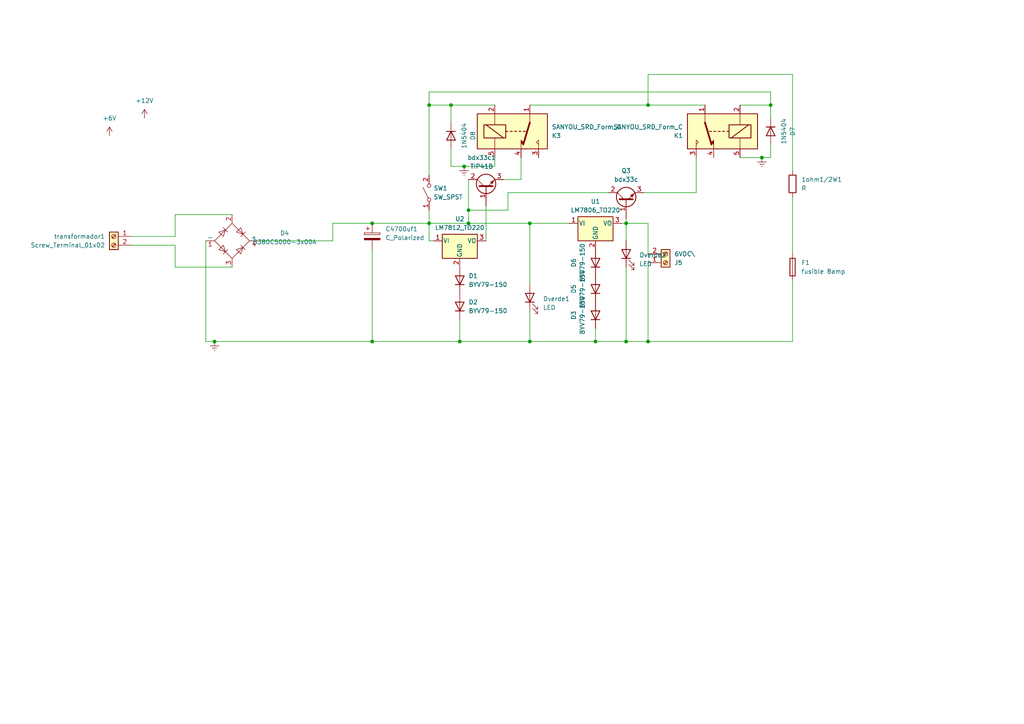
<source format=kicad_sch>
(kicad_sch (version 20230121) (generator eeschema)

  (uuid 022fb232-29c9-46c9-8c9a-82868539e676)

  (paper "A4")

  (lib_symbols
    (symbol "Connector:Screw_Terminal_01x02" (pin_names (offset 1.016) hide) (in_bom yes) (on_board yes)
      (property "Reference" "J" (at 0 2.54 0)
        (effects (font (size 1.27 1.27)))
      )
      (property "Value" "Screw_Terminal_01x02" (at 0 -5.08 0)
        (effects (font (size 1.27 1.27)))
      )
      (property "Footprint" "" (at 0 0 0)
        (effects (font (size 1.27 1.27)) hide)
      )
      (property "Datasheet" "~" (at 0 0 0)
        (effects (font (size 1.27 1.27)) hide)
      )
      (property "ki_keywords" "screw terminal" (at 0 0 0)
        (effects (font (size 1.27 1.27)) hide)
      )
      (property "ki_description" "Generic screw terminal, single row, 01x02, script generated (kicad-library-utils/schlib/autogen/connector/)" (at 0 0 0)
        (effects (font (size 1.27 1.27)) hide)
      )
      (property "ki_fp_filters" "TerminalBlock*:*" (at 0 0 0)
        (effects (font (size 1.27 1.27)) hide)
      )
      (symbol "Screw_Terminal_01x02_1_1"
        (rectangle (start -1.27 1.27) (end 1.27 -3.81)
          (stroke (width 0.254) (type default))
          (fill (type background))
        )
        (circle (center 0 -2.54) (radius 0.635)
          (stroke (width 0.1524) (type default))
          (fill (type none))
        )
        (polyline
          (pts
            (xy -0.5334 -2.2098)
            (xy 0.3302 -3.048)
          )
          (stroke (width 0.1524) (type default))
          (fill (type none))
        )
        (polyline
          (pts
            (xy -0.5334 0.3302)
            (xy 0.3302 -0.508)
          )
          (stroke (width 0.1524) (type default))
          (fill (type none))
        )
        (polyline
          (pts
            (xy -0.3556 -2.032)
            (xy 0.508 -2.8702)
          )
          (stroke (width 0.1524) (type default))
          (fill (type none))
        )
        (polyline
          (pts
            (xy -0.3556 0.508)
            (xy 0.508 -0.3302)
          )
          (stroke (width 0.1524) (type default))
          (fill (type none))
        )
        (circle (center 0 0) (radius 0.635)
          (stroke (width 0.1524) (type default))
          (fill (type none))
        )
        (pin passive line (at -5.08 0 0) (length 3.81)
          (name "Pin_1" (effects (font (size 1.27 1.27))))
          (number "1" (effects (font (size 1.27 1.27))))
        )
        (pin passive line (at -5.08 -2.54 0) (length 3.81)
          (name "Pin_2" (effects (font (size 1.27 1.27))))
          (number "2" (effects (font (size 1.27 1.27))))
        )
      )
    )
    (symbol "Device:C_Polarized" (pin_numbers hide) (pin_names (offset 0.254)) (in_bom yes) (on_board yes)
      (property "Reference" "C" (at 0.635 2.54 0)
        (effects (font (size 1.27 1.27)) (justify left))
      )
      (property "Value" "C_Polarized" (at 0.635 -2.54 0)
        (effects (font (size 1.27 1.27)) (justify left))
      )
      (property "Footprint" "" (at 0.9652 -3.81 0)
        (effects (font (size 1.27 1.27)) hide)
      )
      (property "Datasheet" "~" (at 0 0 0)
        (effects (font (size 1.27 1.27)) hide)
      )
      (property "ki_keywords" "cap capacitor" (at 0 0 0)
        (effects (font (size 1.27 1.27)) hide)
      )
      (property "ki_description" "Polarized capacitor" (at 0 0 0)
        (effects (font (size 1.27 1.27)) hide)
      )
      (property "ki_fp_filters" "CP_*" (at 0 0 0)
        (effects (font (size 1.27 1.27)) hide)
      )
      (symbol "C_Polarized_0_1"
        (rectangle (start -2.286 0.508) (end 2.286 1.016)
          (stroke (width 0) (type default))
          (fill (type none))
        )
        (polyline
          (pts
            (xy -1.778 2.286)
            (xy -0.762 2.286)
          )
          (stroke (width 0) (type default))
          (fill (type none))
        )
        (polyline
          (pts
            (xy -1.27 2.794)
            (xy -1.27 1.778)
          )
          (stroke (width 0) (type default))
          (fill (type none))
        )
        (rectangle (start 2.286 -0.508) (end -2.286 -1.016)
          (stroke (width 0) (type default))
          (fill (type outline))
        )
      )
      (symbol "C_Polarized_1_1"
        (pin passive line (at 0 3.81 270) (length 2.794)
          (name "~" (effects (font (size 1.27 1.27))))
          (number "1" (effects (font (size 1.27 1.27))))
        )
        (pin passive line (at 0 -3.81 90) (length 2.794)
          (name "~" (effects (font (size 1.27 1.27))))
          (number "2" (effects (font (size 1.27 1.27))))
        )
      )
    )
    (symbol "Device:Fuse" (pin_numbers hide) (pin_names (offset 0)) (in_bom yes) (on_board yes)
      (property "Reference" "F" (at 2.032 0 90)
        (effects (font (size 1.27 1.27)))
      )
      (property "Value" "Fuse" (at -1.905 0 90)
        (effects (font (size 1.27 1.27)))
      )
      (property "Footprint" "" (at -1.778 0 90)
        (effects (font (size 1.27 1.27)) hide)
      )
      (property "Datasheet" "~" (at 0 0 0)
        (effects (font (size 1.27 1.27)) hide)
      )
      (property "ki_keywords" "fuse" (at 0 0 0)
        (effects (font (size 1.27 1.27)) hide)
      )
      (property "ki_description" "Fuse" (at 0 0 0)
        (effects (font (size 1.27 1.27)) hide)
      )
      (property "ki_fp_filters" "*Fuse*" (at 0 0 0)
        (effects (font (size 1.27 1.27)) hide)
      )
      (symbol "Fuse_0_1"
        (rectangle (start -0.762 -2.54) (end 0.762 2.54)
          (stroke (width 0.254) (type default))
          (fill (type none))
        )
        (polyline
          (pts
            (xy 0 2.54)
            (xy 0 -2.54)
          )
          (stroke (width 0) (type default))
          (fill (type none))
        )
      )
      (symbol "Fuse_1_1"
        (pin passive line (at 0 3.81 270) (length 1.27)
          (name "~" (effects (font (size 1.27 1.27))))
          (number "1" (effects (font (size 1.27 1.27))))
        )
        (pin passive line (at 0 -3.81 90) (length 1.27)
          (name "~" (effects (font (size 1.27 1.27))))
          (number "2" (effects (font (size 1.27 1.27))))
        )
      )
    )
    (symbol "Device:LED" (pin_numbers hide) (pin_names (offset 1.016) hide) (in_bom yes) (on_board yes)
      (property "Reference" "D" (at 0 2.54 0)
        (effects (font (size 1.27 1.27)))
      )
      (property "Value" "LED" (at 0 -2.54 0)
        (effects (font (size 1.27 1.27)))
      )
      (property "Footprint" "" (at 0 0 0)
        (effects (font (size 1.27 1.27)) hide)
      )
      (property "Datasheet" "~" (at 0 0 0)
        (effects (font (size 1.27 1.27)) hide)
      )
      (property "ki_keywords" "LED diode" (at 0 0 0)
        (effects (font (size 1.27 1.27)) hide)
      )
      (property "ki_description" "Light emitting diode" (at 0 0 0)
        (effects (font (size 1.27 1.27)) hide)
      )
      (property "ki_fp_filters" "LED* LED_SMD:* LED_THT:*" (at 0 0 0)
        (effects (font (size 1.27 1.27)) hide)
      )
      (symbol "LED_0_1"
        (polyline
          (pts
            (xy -1.27 -1.27)
            (xy -1.27 1.27)
          )
          (stroke (width 0.254) (type default))
          (fill (type none))
        )
        (polyline
          (pts
            (xy -1.27 0)
            (xy 1.27 0)
          )
          (stroke (width 0) (type default))
          (fill (type none))
        )
        (polyline
          (pts
            (xy 1.27 -1.27)
            (xy 1.27 1.27)
            (xy -1.27 0)
            (xy 1.27 -1.27)
          )
          (stroke (width 0.254) (type default))
          (fill (type none))
        )
        (polyline
          (pts
            (xy -3.048 -0.762)
            (xy -4.572 -2.286)
            (xy -3.81 -2.286)
            (xy -4.572 -2.286)
            (xy -4.572 -1.524)
          )
          (stroke (width 0) (type default))
          (fill (type none))
        )
        (polyline
          (pts
            (xy -1.778 -0.762)
            (xy -3.302 -2.286)
            (xy -2.54 -2.286)
            (xy -3.302 -2.286)
            (xy -3.302 -1.524)
          )
          (stroke (width 0) (type default))
          (fill (type none))
        )
      )
      (symbol "LED_1_1"
        (pin passive line (at -3.81 0 0) (length 2.54)
          (name "K" (effects (font (size 1.27 1.27))))
          (number "1" (effects (font (size 1.27 1.27))))
        )
        (pin passive line (at 3.81 0 180) (length 2.54)
          (name "A" (effects (font (size 1.27 1.27))))
          (number "2" (effects (font (size 1.27 1.27))))
        )
      )
    )
    (symbol "Device:R" (pin_numbers hide) (pin_names (offset 0)) (in_bom yes) (on_board yes)
      (property "Reference" "R" (at 2.032 0 90)
        (effects (font (size 1.27 1.27)))
      )
      (property "Value" "R" (at 0 0 90)
        (effects (font (size 1.27 1.27)))
      )
      (property "Footprint" "" (at -1.778 0 90)
        (effects (font (size 1.27 1.27)) hide)
      )
      (property "Datasheet" "~" (at 0 0 0)
        (effects (font (size 1.27 1.27)) hide)
      )
      (property "ki_keywords" "R res resistor" (at 0 0 0)
        (effects (font (size 1.27 1.27)) hide)
      )
      (property "ki_description" "Resistor" (at 0 0 0)
        (effects (font (size 1.27 1.27)) hide)
      )
      (property "ki_fp_filters" "R_*" (at 0 0 0)
        (effects (font (size 1.27 1.27)) hide)
      )
      (symbol "R_0_1"
        (rectangle (start -1.016 -2.54) (end 1.016 2.54)
          (stroke (width 0.254) (type default))
          (fill (type none))
        )
      )
      (symbol "R_1_1"
        (pin passive line (at 0 3.81 270) (length 1.27)
          (name "~" (effects (font (size 1.27 1.27))))
          (number "1" (effects (font (size 1.27 1.27))))
        )
        (pin passive line (at 0 -3.81 90) (length 1.27)
          (name "~" (effects (font (size 1.27 1.27))))
          (number "2" (effects (font (size 1.27 1.27))))
        )
      )
    )
    (symbol "Diode:1N5404" (pin_numbers hide) (pin_names hide) (in_bom yes) (on_board yes)
      (property "Reference" "D" (at 0 2.54 0)
        (effects (font (size 1.27 1.27)))
      )
      (property "Value" "1N5404" (at 0 -2.54 0)
        (effects (font (size 1.27 1.27)))
      )
      (property "Footprint" "Diode_THT:D_DO-201AD_P15.24mm_Horizontal" (at 0 -4.445 0)
        (effects (font (size 1.27 1.27)) hide)
      )
      (property "Datasheet" "http://www.vishay.com/docs/88516/1n5400.pdf" (at 0 0 0)
        (effects (font (size 1.27 1.27)) hide)
      )
      (property "Sim.Device" "D" (at 0 0 0)
        (effects (font (size 1.27 1.27)) hide)
      )
      (property "Sim.Pins" "1=K 2=A" (at 0 0 0)
        (effects (font (size 1.27 1.27)) hide)
      )
      (property "ki_keywords" "diode" (at 0 0 0)
        (effects (font (size 1.27 1.27)) hide)
      )
      (property "ki_description" "400V 3A General Purpose Rectifier Diode, DO-201AD" (at 0 0 0)
        (effects (font (size 1.27 1.27)) hide)
      )
      (property "ki_fp_filters" "D*DO?201AD*" (at 0 0 0)
        (effects (font (size 1.27 1.27)) hide)
      )
      (symbol "1N5404_0_1"
        (polyline
          (pts
            (xy -1.27 1.27)
            (xy -1.27 -1.27)
          )
          (stroke (width 0.254) (type default))
          (fill (type none))
        )
        (polyline
          (pts
            (xy 1.27 0)
            (xy -1.27 0)
          )
          (stroke (width 0) (type default))
          (fill (type none))
        )
        (polyline
          (pts
            (xy 1.27 1.27)
            (xy 1.27 -1.27)
            (xy -1.27 0)
            (xy 1.27 1.27)
          )
          (stroke (width 0.254) (type default))
          (fill (type none))
        )
      )
      (symbol "1N5404_1_1"
        (pin passive line (at -3.81 0 0) (length 2.54)
          (name "K" (effects (font (size 1.27 1.27))))
          (number "1" (effects (font (size 1.27 1.27))))
        )
        (pin passive line (at 3.81 0 180) (length 2.54)
          (name "A" (effects (font (size 1.27 1.27))))
          (number "2" (effects (font (size 1.27 1.27))))
        )
      )
    )
    (symbol "Diode:BYV79-150" (pin_numbers hide) (pin_names hide) (in_bom yes) (on_board yes)
      (property "Reference" "D" (at 0 2.54 0)
        (effects (font (size 1.27 1.27)))
      )
      (property "Value" "BYV79-150" (at 0 -2.54 0)
        (effects (font (size 1.27 1.27)))
      )
      (property "Footprint" "Package_TO_SOT_THT:TO-220-2_Vertical" (at 0 -4.445 0)
        (effects (font (size 1.27 1.27)) hide)
      )
      (property "Datasheet" "http://pdf.datasheetcatalog.com/datasheet/philips/BYV79-100.pdf" (at 0 0 0)
        (effects (font (size 1.27 1.27)) hide)
      )
      (property "Sim.Device" "D" (at 0 0 0)
        (effects (font (size 1.27 1.27)) hide)
      )
      (property "Sim.Pins" "1=K 2=A" (at 0 0 0)
        (effects (font (size 1.27 1.27)) hide)
      )
      (property "ki_keywords" "diode" (at 0 0 0)
        (effects (font (size 1.27 1.27)) hide)
      )
      (property "ki_description" "150V 14A Ultrafast Rectifier Diode, TO-220" (at 0 0 0)
        (effects (font (size 1.27 1.27)) hide)
      )
      (property "ki_fp_filters" "TO?220*" (at 0 0 0)
        (effects (font (size 1.27 1.27)) hide)
      )
      (symbol "BYV79-150_0_1"
        (polyline
          (pts
            (xy -1.27 1.27)
            (xy -1.27 -1.27)
          )
          (stroke (width 0.254) (type default))
          (fill (type none))
        )
        (polyline
          (pts
            (xy 1.27 0)
            (xy -1.27 0)
          )
          (stroke (width 0) (type default))
          (fill (type none))
        )
        (polyline
          (pts
            (xy 1.27 1.27)
            (xy 1.27 -1.27)
            (xy -1.27 0)
            (xy 1.27 1.27)
          )
          (stroke (width 0.254) (type default))
          (fill (type none))
        )
      )
      (symbol "BYV79-150_1_1"
        (pin passive line (at -3.81 0 0) (length 2.54)
          (name "K" (effects (font (size 1.27 1.27))))
          (number "1" (effects (font (size 1.27 1.27))))
        )
        (pin passive line (at 3.81 0 180) (length 2.54)
          (name "A" (effects (font (size 1.27 1.27))))
          (number "2" (effects (font (size 1.27 1.27))))
        )
      )
    )
    (symbol "Diode_Bridge:B380C5000-3x00A" (pin_names (offset 0)) (in_bom yes) (on_board yes)
      (property "Reference" "D" (at 2.54 6.985 0)
        (effects (font (size 1.27 1.27)) (justify left))
      )
      (property "Value" "B380C5000-3x00A" (at 2.54 5.08 0)
        (effects (font (size 1.27 1.27)) (justify left))
      )
      (property "Footprint" "Diode_THT:Diode_Bridge_32.0x5.6x17.0mm_P10.0mm_P7.5mm" (at 3.81 3.175 0)
        (effects (font (size 1.27 1.27)) (justify left) hide)
      )
      (property "Datasheet" "https://diotec.com/tl_files/diotec/files/pdf/datasheets/b40c500033" (at 0 0 0)
        (effects (font (size 1.27 1.27)) hide)
      )
      (property "ki_keywords" "rectifier acdc" (at 0 0 0)
        (effects (font (size 1.27 1.27)) hide)
      )
      (property "ki_description" "Silicon Bridge Rectifier, 380V Vrms, 3.3A If, pins=-AA+, SIL-package" (at 0 0 0)
        (effects (font (size 1.27 1.27)) hide)
      )
      (property "ki_fp_filters" "D*Bridge*32.0x5.6x17.0mm*P10.0mm*P7.5mm*" (at 0 0 0)
        (effects (font (size 1.27 1.27)) hide)
      )
      (symbol "B380C5000-3x00A_0_1"
        (polyline
          (pts
            (xy -2.54 3.81)
            (xy -1.27 2.54)
          )
          (stroke (width 0) (type default))
          (fill (type none))
        )
        (polyline
          (pts
            (xy -1.27 -2.54)
            (xy -2.54 -3.81)
          )
          (stroke (width 0) (type default))
          (fill (type none))
        )
        (polyline
          (pts
            (xy 2.54 -1.27)
            (xy 3.81 -2.54)
          )
          (stroke (width 0) (type default))
          (fill (type none))
        )
        (polyline
          (pts
            (xy 2.54 1.27)
            (xy 3.81 2.54)
          )
          (stroke (width 0) (type default))
          (fill (type none))
        )
        (polyline
          (pts
            (xy -3.81 2.54)
            (xy -2.54 1.27)
            (xy -1.905 3.175)
            (xy -3.81 2.54)
          )
          (stroke (width 0) (type default))
          (fill (type none))
        )
        (polyline
          (pts
            (xy -2.54 -1.27)
            (xy -3.81 -2.54)
            (xy -1.905 -3.175)
            (xy -2.54 -1.27)
          )
          (stroke (width 0) (type default))
          (fill (type none))
        )
        (polyline
          (pts
            (xy 1.27 2.54)
            (xy 2.54 3.81)
            (xy 3.175 1.905)
            (xy 1.27 2.54)
          )
          (stroke (width 0) (type default))
          (fill (type none))
        )
        (polyline
          (pts
            (xy 3.175 -1.905)
            (xy 1.27 -2.54)
            (xy 2.54 -3.81)
            (xy 3.175 -1.905)
          )
          (stroke (width 0) (type default))
          (fill (type none))
        )
        (polyline
          (pts
            (xy -5.08 0)
            (xy 0 -5.08)
            (xy 5.08 0)
            (xy 0 5.08)
            (xy -5.08 0)
          )
          (stroke (width 0) (type default))
          (fill (type none))
        )
      )
      (symbol "B380C5000-3x00A_1_1"
        (pin passive line (at -7.62 0 0) (length 2.54)
          (name "-" (effects (font (size 1.27 1.27))))
          (number "1" (effects (font (size 1.27 1.27))))
        )
        (pin passive line (at 0 7.62 270) (length 2.54)
          (name "~" (effects (font (size 1.27 1.27))))
          (number "2" (effects (font (size 1.27 1.27))))
        )
        (pin passive line (at 0 -7.62 90) (length 2.54)
          (name "~" (effects (font (size 1.27 1.27))))
          (number "3" (effects (font (size 1.27 1.27))))
        )
        (pin passive line (at 7.62 0 180) (length 2.54)
          (name "+" (effects (font (size 1.27 1.27))))
          (number "4" (effects (font (size 1.27 1.27))))
        )
      )
    )
    (symbol "Regulator_Linear:LM7806_TO220" (pin_names (offset 0.254)) (in_bom yes) (on_board yes)
      (property "Reference" "U" (at -3.81 3.175 0)
        (effects (font (size 1.27 1.27)))
      )
      (property "Value" "LM7806_TO220" (at 0 3.175 0)
        (effects (font (size 1.27 1.27)) (justify left))
      )
      (property "Footprint" "Package_TO_SOT_THT:TO-220-3_Vertical" (at 0 5.715 0)
        (effects (font (size 1.27 1.27) italic) hide)
      )
      (property "Datasheet" "https://www.onsemi.cn/PowerSolutions/document/MC7800-D.PDF" (at 0 -1.27 0)
        (effects (font (size 1.27 1.27)) hide)
      )
      (property "ki_keywords" "Voltage Regulator 1A Positive" (at 0 0 0)
        (effects (font (size 1.27 1.27)) hide)
      )
      (property "ki_description" "Positive 1A 35V Linear Regulator, Fixed Output 6V, TO-220" (at 0 0 0)
        (effects (font (size 1.27 1.27)) hide)
      )
      (property "ki_fp_filters" "TO?220*" (at 0 0 0)
        (effects (font (size 1.27 1.27)) hide)
      )
      (symbol "LM7806_TO220_0_1"
        (rectangle (start -5.08 1.905) (end 5.08 -5.08)
          (stroke (width 0.254) (type default))
          (fill (type background))
        )
      )
      (symbol "LM7806_TO220_1_1"
        (pin power_in line (at -7.62 0 0) (length 2.54)
          (name "VI" (effects (font (size 1.27 1.27))))
          (number "1" (effects (font (size 1.27 1.27))))
        )
        (pin power_in line (at 0 -7.62 90) (length 2.54)
          (name "GND" (effects (font (size 1.27 1.27))))
          (number "2" (effects (font (size 1.27 1.27))))
        )
        (pin power_out line (at 7.62 0 180) (length 2.54)
          (name "VO" (effects (font (size 1.27 1.27))))
          (number "3" (effects (font (size 1.27 1.27))))
        )
      )
    )
    (symbol "Regulator_Linear:LM7812_TO220" (pin_names (offset 0.254)) (in_bom yes) (on_board yes)
      (property "Reference" "U" (at -3.81 3.175 0)
        (effects (font (size 1.27 1.27)))
      )
      (property "Value" "LM7812_TO220" (at 0 3.175 0)
        (effects (font (size 1.27 1.27)) (justify left))
      )
      (property "Footprint" "Package_TO_SOT_THT:TO-220-3_Vertical" (at 0 5.715 0)
        (effects (font (size 1.27 1.27) italic) hide)
      )
      (property "Datasheet" "https://www.onsemi.cn/PowerSolutions/document/MC7800-D.PDF" (at 0 -1.27 0)
        (effects (font (size 1.27 1.27)) hide)
      )
      (property "ki_keywords" "Voltage Regulator 1A Positive" (at 0 0 0)
        (effects (font (size 1.27 1.27)) hide)
      )
      (property "ki_description" "Positive 1A 35V Linear Regulator, Fixed Output 12V, TO-220" (at 0 0 0)
        (effects (font (size 1.27 1.27)) hide)
      )
      (property "ki_fp_filters" "TO?220*" (at 0 0 0)
        (effects (font (size 1.27 1.27)) hide)
      )
      (symbol "LM7812_TO220_0_1"
        (rectangle (start -5.08 1.905) (end 5.08 -5.08)
          (stroke (width 0.254) (type default))
          (fill (type background))
        )
      )
      (symbol "LM7812_TO220_1_1"
        (pin power_in line (at -7.62 0 0) (length 2.54)
          (name "VI" (effects (font (size 1.27 1.27))))
          (number "1" (effects (font (size 1.27 1.27))))
        )
        (pin power_in line (at 0 -7.62 90) (length 2.54)
          (name "GND" (effects (font (size 1.27 1.27))))
          (number "2" (effects (font (size 1.27 1.27))))
        )
        (pin power_out line (at 7.62 0 180) (length 2.54)
          (name "VO" (effects (font (size 1.27 1.27))))
          (number "3" (effects (font (size 1.27 1.27))))
        )
      )
    )
    (symbol "Relay:SANYOU_SRD_Form_C" (in_bom yes) (on_board yes)
      (property "Reference" "K" (at 11.43 3.81 0)
        (effects (font (size 1.27 1.27)) (justify left))
      )
      (property "Value" "SANYOU_SRD_Form_C" (at 11.43 1.27 0)
        (effects (font (size 1.27 1.27)) (justify left))
      )
      (property "Footprint" "Relay_THT:Relay_SPDT_SANYOU_SRD_Series_Form_C" (at 11.43 -1.27 0)
        (effects (font (size 1.27 1.27)) (justify left) hide)
      )
      (property "Datasheet" "http://www.sanyourelay.ca/public/products/pdf/SRD.pdf" (at 0 0 0)
        (effects (font (size 1.27 1.27)) hide)
      )
      (property "ki_keywords" "Single Pole Relay SPDT" (at 0 0 0)
        (effects (font (size 1.27 1.27)) hide)
      )
      (property "ki_description" "Sanyo SRD relay, Single Pole Miniature Power Relay," (at 0 0 0)
        (effects (font (size 1.27 1.27)) hide)
      )
      (property "ki_fp_filters" "Relay*SPDT*SANYOU*SRD*Series*Form*C*" (at 0 0 0)
        (effects (font (size 1.27 1.27)) hide)
      )
      (symbol "SANYOU_SRD_Form_C_0_0"
        (polyline
          (pts
            (xy 7.62 5.08)
            (xy 7.62 2.54)
            (xy 6.985 3.175)
            (xy 7.62 3.81)
          )
          (stroke (width 0) (type default))
          (fill (type none))
        )
      )
      (symbol "SANYOU_SRD_Form_C_0_1"
        (rectangle (start -10.16 5.08) (end 10.16 -5.08)
          (stroke (width 0.254) (type default))
          (fill (type background))
        )
        (rectangle (start -8.255 1.905) (end -1.905 -1.905)
          (stroke (width 0.254) (type default))
          (fill (type none))
        )
        (polyline
          (pts
            (xy -7.62 -1.905)
            (xy -2.54 1.905)
          )
          (stroke (width 0.254) (type default))
          (fill (type none))
        )
        (polyline
          (pts
            (xy -5.08 -5.08)
            (xy -5.08 -1.905)
          )
          (stroke (width 0) (type default))
          (fill (type none))
        )
        (polyline
          (pts
            (xy -5.08 5.08)
            (xy -5.08 1.905)
          )
          (stroke (width 0) (type default))
          (fill (type none))
        )
        (polyline
          (pts
            (xy -1.905 0)
            (xy -1.27 0)
          )
          (stroke (width 0.254) (type default))
          (fill (type none))
        )
        (polyline
          (pts
            (xy -0.635 0)
            (xy 0 0)
          )
          (stroke (width 0.254) (type default))
          (fill (type none))
        )
        (polyline
          (pts
            (xy 0.635 0)
            (xy 1.27 0)
          )
          (stroke (width 0.254) (type default))
          (fill (type none))
        )
        (polyline
          (pts
            (xy 1.905 0)
            (xy 2.54 0)
          )
          (stroke (width 0.254) (type default))
          (fill (type none))
        )
        (polyline
          (pts
            (xy 3.175 0)
            (xy 3.81 0)
          )
          (stroke (width 0.254) (type default))
          (fill (type none))
        )
        (polyline
          (pts
            (xy 5.08 -2.54)
            (xy 3.175 3.81)
          )
          (stroke (width 0.508) (type default))
          (fill (type none))
        )
        (polyline
          (pts
            (xy 5.08 -2.54)
            (xy 5.08 -5.08)
          )
          (stroke (width 0) (type default))
          (fill (type none))
        )
      )
      (symbol "SANYOU_SRD_Form_C_1_1"
        (polyline
          (pts
            (xy 2.54 3.81)
            (xy 3.175 3.175)
            (xy 2.54 2.54)
            (xy 2.54 5.08)
          )
          (stroke (width 0) (type default))
          (fill (type outline))
        )
        (pin passive line (at 5.08 -7.62 90) (length 2.54)
          (name "~" (effects (font (size 1.27 1.27))))
          (number "1" (effects (font (size 1.27 1.27))))
        )
        (pin passive line (at -5.08 -7.62 90) (length 2.54)
          (name "~" (effects (font (size 1.27 1.27))))
          (number "2" (effects (font (size 1.27 1.27))))
        )
        (pin passive line (at 7.62 7.62 270) (length 2.54)
          (name "~" (effects (font (size 1.27 1.27))))
          (number "3" (effects (font (size 1.27 1.27))))
        )
        (pin passive line (at 2.54 7.62 270) (length 2.54)
          (name "~" (effects (font (size 1.27 1.27))))
          (number "4" (effects (font (size 1.27 1.27))))
        )
        (pin passive line (at -5.08 7.62 270) (length 2.54)
          (name "~" (effects (font (size 1.27 1.27))))
          (number "5" (effects (font (size 1.27 1.27))))
        )
      )
    )
    (symbol "Switch:SW_SPST" (pin_names (offset 0) hide) (in_bom yes) (on_board yes)
      (property "Reference" "SW" (at 0 3.175 0)
        (effects (font (size 1.27 1.27)))
      )
      (property "Value" "SW_SPST" (at 0 -2.54 0)
        (effects (font (size 1.27 1.27)))
      )
      (property "Footprint" "" (at 0 0 0)
        (effects (font (size 1.27 1.27)) hide)
      )
      (property "Datasheet" "~" (at 0 0 0)
        (effects (font (size 1.27 1.27)) hide)
      )
      (property "ki_keywords" "switch lever" (at 0 0 0)
        (effects (font (size 1.27 1.27)) hide)
      )
      (property "ki_description" "Single Pole Single Throw (SPST) switch" (at 0 0 0)
        (effects (font (size 1.27 1.27)) hide)
      )
      (symbol "SW_SPST_0_0"
        (circle (center -2.032 0) (radius 0.508)
          (stroke (width 0) (type default))
          (fill (type none))
        )
        (polyline
          (pts
            (xy -1.524 0.254)
            (xy 1.524 1.778)
          )
          (stroke (width 0) (type default))
          (fill (type none))
        )
        (circle (center 2.032 0) (radius 0.508)
          (stroke (width 0) (type default))
          (fill (type none))
        )
      )
      (symbol "SW_SPST_1_1"
        (pin passive line (at -5.08 0 0) (length 2.54)
          (name "A" (effects (font (size 1.27 1.27))))
          (number "1" (effects (font (size 1.27 1.27))))
        )
        (pin passive line (at 5.08 0 180) (length 2.54)
          (name "B" (effects (font (size 1.27 1.27))))
          (number "2" (effects (font (size 1.27 1.27))))
        )
      )
    )
    (symbol "Transistor_BJT:TIP41B" (pin_names (offset 0) hide) (in_bom yes) (on_board yes)
      (property "Reference" "Q" (at 6.35 1.905 0)
        (effects (font (size 1.27 1.27)) (justify left))
      )
      (property "Value" "TIP41B" (at 6.35 0 0)
        (effects (font (size 1.27 1.27)) (justify left))
      )
      (property "Footprint" "Package_TO_SOT_THT:TO-220-3_Vertical" (at 6.35 -1.905 0)
        (effects (font (size 1.27 1.27) italic) (justify left) hide)
      )
      (property "Datasheet" "https://www.centralsemi.com/get_document.php?cmp=1&mergetype=pd&mergepath=pd&pdf_id=tip41.PDF" (at 0 0 0)
        (effects (font (size 1.27 1.27)) (justify left) hide)
      )
      (property "ki_keywords" "power NPN Transistor" (at 0 0 0)
        (effects (font (size 1.27 1.27)) hide)
      )
      (property "ki_description" "6A Ic, 80V Vce, Power NPN Transistor, TO-220" (at 0 0 0)
        (effects (font (size 1.27 1.27)) hide)
      )
      (property "ki_fp_filters" "TO?220*" (at 0 0 0)
        (effects (font (size 1.27 1.27)) hide)
      )
      (symbol "TIP41B_0_1"
        (polyline
          (pts
            (xy 0.635 0.635)
            (xy 2.54 2.54)
          )
          (stroke (width 0) (type default))
          (fill (type none))
        )
        (polyline
          (pts
            (xy 0.635 -0.635)
            (xy 2.54 -2.54)
            (xy 2.54 -2.54)
          )
          (stroke (width 0) (type default))
          (fill (type none))
        )
        (polyline
          (pts
            (xy 0.635 1.905)
            (xy 0.635 -1.905)
            (xy 0.635 -1.905)
          )
          (stroke (width 0.508) (type default))
          (fill (type none))
        )
        (polyline
          (pts
            (xy 1.27 -1.778)
            (xy 1.778 -1.27)
            (xy 2.286 -2.286)
            (xy 1.27 -1.778)
            (xy 1.27 -1.778)
          )
          (stroke (width 0) (type default))
          (fill (type outline))
        )
        (circle (center 1.27 0) (radius 2.8194)
          (stroke (width 0.254) (type default))
          (fill (type none))
        )
      )
      (symbol "TIP41B_1_1"
        (pin input line (at -5.08 0 0) (length 5.715)
          (name "B" (effects (font (size 1.27 1.27))))
          (number "1" (effects (font (size 1.27 1.27))))
        )
        (pin passive line (at 2.54 5.08 270) (length 2.54)
          (name "C" (effects (font (size 1.27 1.27))))
          (number "2" (effects (font (size 1.27 1.27))))
        )
        (pin passive line (at 2.54 -5.08 90) (length 2.54)
          (name "E" (effects (font (size 1.27 1.27))))
          (number "3" (effects (font (size 1.27 1.27))))
        )
      )
    )
    (symbol "power:+12V" (power) (pin_names (offset 0)) (in_bom yes) (on_board yes)
      (property "Reference" "#PWR" (at 0 -3.81 0)
        (effects (font (size 1.27 1.27)) hide)
      )
      (property "Value" "+12V" (at 0 3.556 0)
        (effects (font (size 1.27 1.27)))
      )
      (property "Footprint" "" (at 0 0 0)
        (effects (font (size 1.27 1.27)) hide)
      )
      (property "Datasheet" "" (at 0 0 0)
        (effects (font (size 1.27 1.27)) hide)
      )
      (property "ki_keywords" "global power" (at 0 0 0)
        (effects (font (size 1.27 1.27)) hide)
      )
      (property "ki_description" "Power symbol creates a global label with name \"+12V\"" (at 0 0 0)
        (effects (font (size 1.27 1.27)) hide)
      )
      (symbol "+12V_0_1"
        (polyline
          (pts
            (xy -0.762 1.27)
            (xy 0 2.54)
          )
          (stroke (width 0) (type default))
          (fill (type none))
        )
        (polyline
          (pts
            (xy 0 0)
            (xy 0 2.54)
          )
          (stroke (width 0) (type default))
          (fill (type none))
        )
        (polyline
          (pts
            (xy 0 2.54)
            (xy 0.762 1.27)
          )
          (stroke (width 0) (type default))
          (fill (type none))
        )
      )
      (symbol "+12V_1_1"
        (pin power_in line (at 0 0 90) (length 0) hide
          (name "+12V" (effects (font (size 1.27 1.27))))
          (number "1" (effects (font (size 1.27 1.27))))
        )
      )
    )
    (symbol "power:+6V" (power) (pin_names (offset 0)) (in_bom yes) (on_board yes)
      (property "Reference" "#PWR" (at 0 -3.81 0)
        (effects (font (size 1.27 1.27)) hide)
      )
      (property "Value" "+6V" (at 0 3.556 0)
        (effects (font (size 1.27 1.27)))
      )
      (property "Footprint" "" (at 0 0 0)
        (effects (font (size 1.27 1.27)) hide)
      )
      (property "Datasheet" "" (at 0 0 0)
        (effects (font (size 1.27 1.27)) hide)
      )
      (property "ki_keywords" "global power" (at 0 0 0)
        (effects (font (size 1.27 1.27)) hide)
      )
      (property "ki_description" "Power symbol creates a global label with name \"+6V\"" (at 0 0 0)
        (effects (font (size 1.27 1.27)) hide)
      )
      (symbol "+6V_0_1"
        (polyline
          (pts
            (xy -0.762 1.27)
            (xy 0 2.54)
          )
          (stroke (width 0) (type default))
          (fill (type none))
        )
        (polyline
          (pts
            (xy 0 0)
            (xy 0 2.54)
          )
          (stroke (width 0) (type default))
          (fill (type none))
        )
        (polyline
          (pts
            (xy 0 2.54)
            (xy 0.762 1.27)
          )
          (stroke (width 0) (type default))
          (fill (type none))
        )
      )
      (symbol "+6V_1_1"
        (pin power_in line (at 0 0 90) (length 0) hide
          (name "+6V" (effects (font (size 1.27 1.27))))
          (number "1" (effects (font (size 1.27 1.27))))
        )
      )
    )
    (symbol "power:Earth" (power) (pin_names (offset 0)) (in_bom yes) (on_board yes)
      (property "Reference" "#PWR" (at 0 -6.35 0)
        (effects (font (size 1.27 1.27)) hide)
      )
      (property "Value" "Earth" (at 0 -3.81 0)
        (effects (font (size 1.27 1.27)) hide)
      )
      (property "Footprint" "" (at 0 0 0)
        (effects (font (size 1.27 1.27)) hide)
      )
      (property "Datasheet" "~" (at 0 0 0)
        (effects (font (size 1.27 1.27)) hide)
      )
      (property "ki_keywords" "global ground gnd" (at 0 0 0)
        (effects (font (size 1.27 1.27)) hide)
      )
      (property "ki_description" "Power symbol creates a global label with name \"Earth\"" (at 0 0 0)
        (effects (font (size 1.27 1.27)) hide)
      )
      (symbol "Earth_0_1"
        (polyline
          (pts
            (xy -0.635 -1.905)
            (xy 0.635 -1.905)
          )
          (stroke (width 0) (type default))
          (fill (type none))
        )
        (polyline
          (pts
            (xy -0.127 -2.54)
            (xy 0.127 -2.54)
          )
          (stroke (width 0) (type default))
          (fill (type none))
        )
        (polyline
          (pts
            (xy 0 -1.27)
            (xy 0 0)
          )
          (stroke (width 0) (type default))
          (fill (type none))
        )
        (polyline
          (pts
            (xy 1.27 -1.27)
            (xy -1.27 -1.27)
          )
          (stroke (width 0) (type default))
          (fill (type none))
        )
      )
      (symbol "Earth_1_1"
        (pin power_in line (at 0 0 270) (length 0) hide
          (name "Earth" (effects (font (size 1.27 1.27))))
          (number "1" (effects (font (size 1.27 1.27))))
        )
      )
    )
  )

  (junction (at 135.89 64.77) (diameter 0) (color 0 0 0 0)
    (uuid 0cfe4912-b54b-4642-8961-980556018906)
  )
  (junction (at 134.62 48.26) (diameter 0) (color 0 0 0 0)
    (uuid 1998a882-6289-4169-a72a-e332ad5f2041)
  )
  (junction (at 124.46 30.48) (diameter 0) (color 0 0 0 0)
    (uuid 2024ddb9-d00b-4579-9a18-a214c9b18853)
  )
  (junction (at 124.46 64.77) (diameter 0) (color 0 0 0 0)
    (uuid 29d48b12-f7ec-46bb-b91c-3317b881d9b7)
  )
  (junction (at 187.96 99.06) (diameter 0) (color 0 0 0 0)
    (uuid 31d9c4b5-76b9-47c7-b6bc-0e98b6743f9d)
  )
  (junction (at 62.23 99.06) (diameter 0) (color 0 0 0 0)
    (uuid 3d5576b5-30ce-499c-93bf-a48403451320)
  )
  (junction (at 220.98 45.72) (diameter 0) (color 0 0 0 0)
    (uuid 5ad14a3e-3540-427b-9a64-4ec3bfb349df)
  )
  (junction (at 181.61 64.77) (diameter 0) (color 0 0 0 0)
    (uuid 5bb5af9c-f237-4c42-a962-c61b44b34279)
  )
  (junction (at 172.72 99.06) (diameter 0) (color 0 0 0 0)
    (uuid 5d8dc83a-5b88-4036-b480-254bccfa0a33)
  )
  (junction (at 223.52 30.48) (diameter 0) (color 0 0 0 0)
    (uuid 7fd5e84e-ba0a-4813-97fe-b65a96fde5d1)
  )
  (junction (at 187.96 30.48) (diameter 0) (color 0 0 0 0)
    (uuid 86f24ba7-f620-4566-81e2-ac0dbe9e90e6)
  )
  (junction (at 130.81 30.48) (diameter 0) (color 0 0 0 0)
    (uuid 87a6d046-8460-4387-9020-727e73a500a2)
  )
  (junction (at 107.95 99.06) (diameter 0) (color 0 0 0 0)
    (uuid 8992e065-9498-4272-9b49-68f66acd327b)
  )
  (junction (at 133.35 99.06) (diameter 0) (color 0 0 0 0)
    (uuid 90fdddc1-0069-452e-8da7-f8adff72bb02)
  )
  (junction (at 107.95 64.77) (diameter 0) (color 0 0 0 0)
    (uuid 9908df59-41b3-4e47-96be-9e5cd8c561d1)
  )
  (junction (at 153.67 64.77) (diameter 0) (color 0 0 0 0)
    (uuid 99c6d6f0-7294-4b73-ae98-b840082ff42e)
  )
  (junction (at 153.67 99.06) (diameter 0) (color 0 0 0 0)
    (uuid a335cd3b-f0e5-414b-905d-7085576231a9)
  )
  (junction (at 181.61 99.06) (diameter 0) (color 0 0 0 0)
    (uuid a4471e18-b4fd-470c-98ba-53e32f9bd6fe)
  )
  (junction (at 135.89 60.96) (diameter 0) (color 0 0 0 0)
    (uuid d3b388c2-b112-46d5-933d-eb5c88412f7e)
  )

  (wire (pts (xy 130.81 30.48) (xy 130.81 35.56))
    (stroke (width 0) (type default))
    (uuid 024057cd-58a0-4595-bfbb-2dd623c97449)
  )
  (wire (pts (xy 223.52 30.48) (xy 223.52 34.29))
    (stroke (width 0) (type default))
    (uuid 02934749-8710-47e7-96ae-4d1f636e4465)
  )
  (wire (pts (xy 181.61 64.77) (xy 181.61 63.5))
    (stroke (width 0) (type default))
    (uuid 0866f401-72f1-4721-8dc8-a8dfbe8ccf32)
  )
  (wire (pts (xy 187.96 76.2) (xy 187.96 99.06))
    (stroke (width 0) (type default))
    (uuid 095dad23-d9a4-491a-8f34-3f1dbdf3aa22)
  )
  (wire (pts (xy 181.61 69.85) (xy 181.61 64.77))
    (stroke (width 0) (type default))
    (uuid 0edbf27b-1305-480e-91db-3fa8bfba9752)
  )
  (wire (pts (xy 59.69 99.06) (xy 59.69 69.85))
    (stroke (width 0) (type default))
    (uuid 13664a9f-deed-4663-a226-0a660174cedc)
  )
  (wire (pts (xy 187.96 21.59) (xy 187.96 30.48))
    (stroke (width 0) (type default))
    (uuid 17c96315-e7e6-4550-996b-3fb3cdd7dffd)
  )
  (wire (pts (xy 147.32 55.88) (xy 147.32 60.96))
    (stroke (width 0) (type default))
    (uuid 17e44b85-31ba-496d-b595-29e80347db4c)
  )
  (wire (pts (xy 135.89 64.77) (xy 153.67 64.77))
    (stroke (width 0) (type default))
    (uuid 1934ae9b-8444-4a44-91b2-69f659b7d71e)
  )
  (wire (pts (xy 181.61 77.47) (xy 181.61 99.06))
    (stroke (width 0) (type default))
    (uuid 19695817-0a26-43b7-8832-e8dd26e56cd6)
  )
  (wire (pts (xy 229.87 21.59) (xy 187.96 21.59))
    (stroke (width 0) (type default))
    (uuid 1c0f68f0-8fbc-4f40-91d4-a7626fc9e585)
  )
  (wire (pts (xy 143.51 48.26) (xy 143.51 45.72))
    (stroke (width 0) (type default))
    (uuid 1cd0e009-e8d6-456d-ad95-45a1b01c7301)
  )
  (wire (pts (xy 229.87 57.15) (xy 229.87 73.66))
    (stroke (width 0) (type default))
    (uuid 20ade612-098a-47b4-8833-7b858958a5a8)
  )
  (wire (pts (xy 153.67 90.17) (xy 153.67 99.06))
    (stroke (width 0) (type default))
    (uuid 227a1563-b3fd-4168-b899-01cf555612fa)
  )
  (wire (pts (xy 229.87 81.28) (xy 229.87 99.06))
    (stroke (width 0) (type default))
    (uuid 23352ad8-ac47-498c-8d2a-1fd5be98ab40)
  )
  (wire (pts (xy 223.52 30.48) (xy 223.52 26.67))
    (stroke (width 0) (type default))
    (uuid 23c1d801-c13d-4761-bd19-1ec7fa327287)
  )
  (wire (pts (xy 107.95 72.39) (xy 107.95 99.06))
    (stroke (width 0) (type default))
    (uuid 23c9b0a3-b27f-4edc-b608-34bf304f0686)
  )
  (wire (pts (xy 124.46 30.48) (xy 130.81 30.48))
    (stroke (width 0) (type default))
    (uuid 291e221d-5761-4cd0-a6c0-01f44850c243)
  )
  (wire (pts (xy 223.52 45.72) (xy 223.52 41.91))
    (stroke (width 0) (type default))
    (uuid 295693e7-623e-4f94-a7f9-c8d68209b1c7)
  )
  (wire (pts (xy 187.96 64.77) (xy 187.96 73.66))
    (stroke (width 0) (type default))
    (uuid 2b14121d-ff5d-4154-bb47-5442dc610c2d)
  )
  (wire (pts (xy 146.05 52.07) (xy 151.13 52.07))
    (stroke (width 0) (type default))
    (uuid 337631c3-cf4d-47e8-b958-eef8bd3846d5)
  )
  (wire (pts (xy 133.35 99.06) (xy 107.95 99.06))
    (stroke (width 0) (type default))
    (uuid 360f5bea-18f3-44b7-9ab5-e8f5d59b01d2)
  )
  (wire (pts (xy 181.61 64.77) (xy 187.96 64.77))
    (stroke (width 0) (type default))
    (uuid 3eb068c9-4e7d-46ce-8f3a-cb00ece0789f)
  )
  (wire (pts (xy 151.13 52.07) (xy 151.13 45.72))
    (stroke (width 0) (type default))
    (uuid 45b6c7d6-ccf5-4348-b26c-ed1825474e65)
  )
  (wire (pts (xy 124.46 60.96) (xy 124.46 64.77))
    (stroke (width 0) (type default))
    (uuid 4774d493-45e7-45dd-87ab-ce146bb3c740)
  )
  (wire (pts (xy 130.81 43.18) (xy 130.81 48.26))
    (stroke (width 0) (type default))
    (uuid 4ba04ba6-8e74-4d2d-b769-6d4e027b6fb0)
  )
  (wire (pts (xy 134.62 48.26) (xy 143.51 48.26))
    (stroke (width 0) (type default))
    (uuid 51c46821-e118-4f44-9d79-aa6abf8fe0fc)
  )
  (wire (pts (xy 186.69 55.88) (xy 201.93 55.88))
    (stroke (width 0) (type default))
    (uuid 5a632cb4-be79-4809-8c15-5a462eb9f23e)
  )
  (wire (pts (xy 38.1 71.12) (xy 50.8 71.12))
    (stroke (width 0) (type default))
    (uuid 5db8d034-539a-4042-8e4b-367c637714a2)
  )
  (wire (pts (xy 176.53 55.88) (xy 147.32 55.88))
    (stroke (width 0) (type default))
    (uuid 5ddab0f5-5b36-439d-9723-8d00d5d81ec1)
  )
  (wire (pts (xy 181.61 99.06) (xy 187.96 99.06))
    (stroke (width 0) (type default))
    (uuid 5fdcbaf4-b119-4888-b973-a7e1906165ec)
  )
  (wire (pts (xy 62.23 99.06) (xy 107.95 99.06))
    (stroke (width 0) (type default))
    (uuid 62f700b8-4ead-443c-b522-84b39217e1cc)
  )
  (wire (pts (xy 201.93 55.88) (xy 201.93 45.72))
    (stroke (width 0) (type default))
    (uuid 645c6c34-0583-426b-849b-74c11cf45326)
  )
  (wire (pts (xy 96.52 64.77) (xy 107.95 64.77))
    (stroke (width 0) (type default))
    (uuid 69fae23a-63ea-4316-b05d-d3e2c67e1d63)
  )
  (wire (pts (xy 74.93 69.85) (xy 96.52 69.85))
    (stroke (width 0) (type default))
    (uuid 6b1ad8a2-b3a1-4618-ae36-1c966fd488b1)
  )
  (wire (pts (xy 140.97 69.85) (xy 140.97 59.69))
    (stroke (width 0) (type default))
    (uuid 6dee41f8-6a3d-4a9f-8bcb-3bbd095b4b81)
  )
  (wire (pts (xy 133.35 99.06) (xy 153.67 99.06))
    (stroke (width 0) (type default))
    (uuid 6fe8edc5-e35a-43b9-9d42-fe55bcbd77c6)
  )
  (wire (pts (xy 153.67 99.06) (xy 172.72 99.06))
    (stroke (width 0) (type default))
    (uuid 72310bba-cdf0-445d-bd06-4c44145a1dd2)
  )
  (wire (pts (xy 135.89 60.96) (xy 135.89 64.77))
    (stroke (width 0) (type default))
    (uuid 75ba9d88-b357-46ce-9fb6-aa46f08ea6c4)
  )
  (wire (pts (xy 67.31 62.23) (xy 50.8 62.23))
    (stroke (width 0) (type default))
    (uuid 78996f98-638a-4d53-88e3-3a329c5b8de2)
  )
  (wire (pts (xy 153.67 82.55) (xy 153.67 64.77))
    (stroke (width 0) (type default))
    (uuid 79675217-7e31-4a58-99ca-fb1caa74f960)
  )
  (wire (pts (xy 187.96 99.06) (xy 229.87 99.06))
    (stroke (width 0) (type default))
    (uuid 79b03fbb-c94f-4ec0-ab8e-754765aa2bd1)
  )
  (wire (pts (xy 38.1 68.58) (xy 50.8 68.58))
    (stroke (width 0) (type default))
    (uuid 7fb78ff2-13f5-4669-a5f3-8db728647be0)
  )
  (wire (pts (xy 143.51 30.48) (xy 130.81 30.48))
    (stroke (width 0) (type default))
    (uuid 81cc2253-a8c7-41fd-8af6-b21b045e942a)
  )
  (wire (pts (xy 50.8 71.12) (xy 50.8 77.47))
    (stroke (width 0) (type default))
    (uuid 82aa115d-6ce9-4172-b620-cb0f40596e27)
  )
  (wire (pts (xy 220.98 45.72) (xy 223.52 45.72))
    (stroke (width 0) (type default))
    (uuid 8348c195-8b8c-4537-a05e-a60f41b13cc0)
  )
  (wire (pts (xy 135.89 52.07) (xy 135.89 60.96))
    (stroke (width 0) (type default))
    (uuid 89f17792-2714-4301-bd84-b8c3ea14711c)
  )
  (wire (pts (xy 147.32 60.96) (xy 135.89 60.96))
    (stroke (width 0) (type default))
    (uuid 8b38991d-fb11-412b-a5e8-254a43279138)
  )
  (wire (pts (xy 96.52 69.85) (xy 96.52 64.77))
    (stroke (width 0) (type default))
    (uuid 9203cd60-790e-4340-87e0-787b6db3d130)
  )
  (wire (pts (xy 130.81 48.26) (xy 134.62 48.26))
    (stroke (width 0) (type default))
    (uuid 952a7e1f-ccc4-4591-9f41-7a9ece2c6d40)
  )
  (wire (pts (xy 50.8 62.23) (xy 50.8 68.58))
    (stroke (width 0) (type default))
    (uuid 9b8d7aa6-7fbf-4e3a-975a-95597f60573e)
  )
  (wire (pts (xy 172.72 95.25) (xy 172.72 99.06))
    (stroke (width 0) (type default))
    (uuid 9d3ff48c-e500-421a-befe-735e6d99d8e7)
  )
  (wire (pts (xy 172.72 99.06) (xy 181.61 99.06))
    (stroke (width 0) (type default))
    (uuid 9fbc1ef4-0551-4339-a9a8-49d42d6d67fd)
  )
  (wire (pts (xy 133.35 92.71) (xy 133.35 99.06))
    (stroke (width 0) (type default))
    (uuid a202bb01-04cf-45da-b3ef-6612f8b616dc)
  )
  (wire (pts (xy 59.69 99.06) (xy 62.23 99.06))
    (stroke (width 0) (type default))
    (uuid a2139bf2-5693-4434-87d0-21dcb9a21f65)
  )
  (wire (pts (xy 125.73 69.85) (xy 124.46 69.85))
    (stroke (width 0) (type default))
    (uuid a8972c34-111b-4189-b690-bc22573d6cda)
  )
  (wire (pts (xy 180.34 64.77) (xy 181.61 64.77))
    (stroke (width 0) (type default))
    (uuid b7c492db-ac98-49e1-80c1-6db4d7e3d16d)
  )
  (wire (pts (xy 124.46 30.48) (xy 124.46 50.8))
    (stroke (width 0) (type default))
    (uuid bed14404-f366-49d0-8582-8ad748e69039)
  )
  (wire (pts (xy 153.67 30.48) (xy 187.96 30.48))
    (stroke (width 0) (type default))
    (uuid c34bae93-474e-4d3b-adc1-15b24fdb9da2)
  )
  (wire (pts (xy 214.63 45.72) (xy 220.98 45.72))
    (stroke (width 0) (type default))
    (uuid c5d1a4f5-d8c8-480f-8af2-14a9b70d81b8)
  )
  (wire (pts (xy 124.46 64.77) (xy 135.89 64.77))
    (stroke (width 0) (type default))
    (uuid c993bde6-ddc3-4ebf-8771-d584f07cfc5c)
  )
  (wire (pts (xy 124.46 64.77) (xy 107.95 64.77))
    (stroke (width 0) (type default))
    (uuid cabbc225-5ffa-4d56-931a-358985e583e9)
  )
  (wire (pts (xy 223.52 26.67) (xy 124.46 26.67))
    (stroke (width 0) (type default))
    (uuid ced5aab0-3a4c-4bbd-b6b3-e0aee8f9790e)
  )
  (wire (pts (xy 214.63 30.48) (xy 223.52 30.48))
    (stroke (width 0) (type default))
    (uuid d28916b2-e6db-48ac-809f-e76ae7311ce8)
  )
  (wire (pts (xy 124.46 26.67) (xy 124.46 30.48))
    (stroke (width 0) (type default))
    (uuid d9dc787c-d99d-46cf-b377-4da736ea8c23)
  )
  (wire (pts (xy 50.8 77.47) (xy 67.31 77.47))
    (stroke (width 0) (type default))
    (uuid dcc9bca4-a759-4fce-97c9-c66806a1afac)
  )
  (wire (pts (xy 153.67 64.77) (xy 165.1 64.77))
    (stroke (width 0) (type default))
    (uuid e1978087-d6d3-4f2e-b840-c36d4d8158fb)
  )
  (wire (pts (xy 124.46 64.77) (xy 124.46 69.85))
    (stroke (width 0) (type default))
    (uuid f6489398-a6eb-472b-93bc-e6752b610ba6)
  )
  (wire (pts (xy 187.96 30.48) (xy 204.47 30.48))
    (stroke (width 0) (type default))
    (uuid f6ffbf22-36ff-4ecb-9bc1-34e1f31f49eb)
  )
  (wire (pts (xy 229.87 49.53) (xy 229.87 21.59))
    (stroke (width 0) (type default))
    (uuid fc6960f5-9df0-4797-b639-4afaf5261d6b)
  )

  (symbol (lib_id "Diode:BYV79-150") (at 133.35 88.9 90) (unit 1)
    (in_bom yes) (on_board yes) (dnp no) (fields_autoplaced)
    (uuid 02146e98-70a7-43a8-ac31-208f6ac0e673)
    (property "Reference" "D2" (at 135.89 87.63 90)
      (effects (font (size 1.27 1.27)) (justify right))
    )
    (property "Value" "BYV79-150" (at 135.89 90.17 90)
      (effects (font (size 1.27 1.27)) (justify right))
    )
    (property "Footprint" "Package_TO_SOT_THT:TO-220-2_Vertical" (at 137.795 88.9 0)
      (effects (font (size 1.27 1.27)) hide)
    )
    (property "Datasheet" "http://pdf.datasheetcatalog.com/datasheet/philips/BYV79-100.pdf" (at 133.35 88.9 0)
      (effects (font (size 1.27 1.27)) hide)
    )
    (property "Sim.Device" "D" (at 133.35 88.9 0)
      (effects (font (size 1.27 1.27)) hide)
    )
    (property "Sim.Pins" "1=K 2=A" (at 133.35 88.9 0)
      (effects (font (size 1.27 1.27)) hide)
    )
    (pin "1" (uuid 97ef521b-a2a8-4040-ab65-1583ed8af75d))
    (pin "2" (uuid 85c989f7-8625-42a2-a642-c4ac56d2d27c))
    (instances
      (project "LAB ELEC 2do. parcial"
        (path "/022fb232-29c9-46c9-8c9a-82868539e676"
          (reference "D2") (unit 1)
        )
      )
    )
  )

  (symbol (lib_id "Diode:BYV79-150") (at 172.72 76.2 90) (unit 1)
    (in_bom yes) (on_board yes) (dnp no) (fields_autoplaced)
    (uuid 0d38da6a-cbfc-4a0b-b26e-643b7f3f34d5)
    (property "Reference" "D6" (at 166.37 76.2 0)
      (effects (font (size 1.27 1.27)))
    )
    (property "Value" "BYV79-150" (at 168.91 76.2 0)
      (effects (font (size 1.27 1.27)))
    )
    (property "Footprint" "Package_TO_SOT_THT:TO-220-2_Vertical" (at 177.165 76.2 0)
      (effects (font (size 1.27 1.27)) hide)
    )
    (property "Datasheet" "http://pdf.datasheetcatalog.com/datasheet/philips/BYV79-100.pdf" (at 172.72 76.2 0)
      (effects (font (size 1.27 1.27)) hide)
    )
    (property "Sim.Device" "D" (at 172.72 76.2 0)
      (effects (font (size 1.27 1.27)) hide)
    )
    (property "Sim.Pins" "1=K 2=A" (at 172.72 76.2 0)
      (effects (font (size 1.27 1.27)) hide)
    )
    (pin "1" (uuid 9dc1f9a7-84b1-404d-9964-6653a6d83e39))
    (pin "2" (uuid d2de9121-ceed-4cf6-9524-53c7edea50ac))
    (instances
      (project "LAB ELEC 2do. parcial"
        (path "/022fb232-29c9-46c9-8c9a-82868539e676"
          (reference "D6") (unit 1)
        )
      )
    )
  )

  (symbol (lib_id "Connector:Screw_Terminal_01x02") (at 193.04 76.2 0) (mirror x) (unit 1)
    (in_bom yes) (on_board yes) (dnp no)
    (uuid 119574f2-efe1-490a-b1b7-275c5c0a46ea)
    (property "Reference" "J5" (at 195.58 76.2 0)
      (effects (font (size 1.27 1.27)) (justify left))
    )
    (property "Value" "6VDC\\" (at 195.58 73.66 0)
      (effects (font (size 1.27 1.27)) (justify left))
    )
    (property "Footprint" "TerminalBlock:TerminalBlock_bornier-2_P5.08mm" (at 193.04 76.2 0)
      (effects (font (size 1.27 1.27)) hide)
    )
    (property "Datasheet" "~" (at 193.04 76.2 0)
      (effects (font (size 1.27 1.27)) hide)
    )
    (pin "1" (uuid 14e2925e-01c2-4be7-bd19-b6a665f0c516))
    (pin "2" (uuid 4dcae9a6-dace-4cda-bfa3-bc9fba96c86f))
    (instances
      (project "LAB ELEC 2do. parcial"
        (path "/022fb232-29c9-46c9-8c9a-82868539e676"
          (reference "J5") (unit 1)
        )
      )
    )
  )

  (symbol (lib_id "Transistor_BJT:TIP41B") (at 181.61 58.42 90) (unit 1)
    (in_bom yes) (on_board yes) (dnp no) (fields_autoplaced)
    (uuid 1801e20c-39ce-4559-9fe6-a67b1f7983f2)
    (property "Reference" "Q3" (at 181.61 49.53 90)
      (effects (font (size 1.27 1.27)))
    )
    (property "Value" "bdx33c" (at 181.61 52.07 90)
      (effects (font (size 1.27 1.27)))
    )
    (property "Footprint" "Package_TO_SOT_THT:TO-220-3_Vertical" (at 183.515 52.07 0)
      (effects (font (size 1.27 1.27) italic) (justify left) hide)
    )
    (property "Datasheet" "https://www.centralsemi.com/get_document.php?cmp=1&mergetype=pd&mergepath=pd&pdf_id=tip41.PDF" (at 181.61 58.42 0)
      (effects (font (size 1.27 1.27)) (justify left) hide)
    )
    (pin "1" (uuid 5819feee-eaa1-43d5-b5c8-180cf3aa6128))
    (pin "2" (uuid 87e60494-be4a-4d3e-a63a-4ac83d1fdba4))
    (pin "3" (uuid 98a989bc-383a-4bf3-b5e9-8af89b34b473))
    (instances
      (project "LAB ELEC 2do. parcial"
        (path "/022fb232-29c9-46c9-8c9a-82868539e676"
          (reference "Q3") (unit 1)
        )
      )
    )
  )

  (symbol (lib_id "Device:C_Polarized") (at 107.95 68.58 0) (unit 1)
    (in_bom yes) (on_board yes) (dnp no) (fields_autoplaced)
    (uuid 1ea847cc-2d78-48a6-87be-01035c5efb3d)
    (property "Reference" "C4700uf1" (at 111.76 66.421 0)
      (effects (font (size 1.27 1.27)) (justify left))
    )
    (property "Value" "C_Polarized" (at 111.76 68.961 0)
      (effects (font (size 1.27 1.27)) (justify left))
    )
    (property "Footprint" "Capacitor_THT:CP_Radial_D17.0mm_P7.50mm" (at 108.9152 72.39 0)
      (effects (font (size 1.27 1.27)) hide)
    )
    (property "Datasheet" "~" (at 107.95 68.58 0)
      (effects (font (size 1.27 1.27)) hide)
    )
    (pin "1" (uuid 84e509f7-efef-46d5-9264-eacf5e1bf625))
    (pin "2" (uuid e3c29f8e-db1d-4afc-bd05-9737849b2c6a))
    (instances
      (project "LAB ELEC 2do. parcial"
        (path "/022fb232-29c9-46c9-8c9a-82868539e676"
          (reference "C4700uf1") (unit 1)
        )
      )
    )
  )

  (symbol (lib_id "Transistor_BJT:TIP41B") (at 140.97 54.61 90) (unit 1)
    (in_bom yes) (on_board yes) (dnp no)
    (uuid 1ec6b3ae-c058-481a-bd99-f3571926534c)
    (property "Reference" "bdx33c1" (at 139.7 45.72 90)
      (effects (font (size 1.27 1.27)))
    )
    (property "Value" "TIP41B" (at 139.7 48.26 90)
      (effects (font (size 1.27 1.27)))
    )
    (property "Footprint" "Package_TO_SOT_THT:TO-220-3_Vertical" (at 142.875 48.26 0)
      (effects (font (size 1.27 1.27) italic) (justify left) hide)
    )
    (property "Datasheet" "https://www.centralsemi.com/get_document.php?cmp=1&mergetype=pd&mergepath=pd&pdf_id=tip41.PDF" (at 140.97 54.61 0)
      (effects (font (size 1.27 1.27)) (justify left) hide)
    )
    (pin "1" (uuid 07f45959-6e90-482a-8615-5f287b470b91))
    (pin "2" (uuid 30c716dd-3a5e-4a68-8f35-b26738202d76))
    (pin "3" (uuid 311c6143-3a76-4d2c-a7d7-a73a77f2e787))
    (instances
      (project "LAB ELEC 2do. parcial"
        (path "/022fb232-29c9-46c9-8c9a-82868539e676"
          (reference "bdx33c1") (unit 1)
        )
      )
    )
  )

  (symbol (lib_id "Device:LED") (at 153.67 86.36 90) (unit 1)
    (in_bom yes) (on_board yes) (dnp no) (fields_autoplaced)
    (uuid 235255f3-cddd-43f5-84bd-d63d0c5e5737)
    (property "Reference" "Dverde1" (at 157.48 86.6775 90)
      (effects (font (size 1.27 1.27)) (justify right))
    )
    (property "Value" "LED" (at 157.48 89.2175 90)
      (effects (font (size 1.27 1.27)) (justify right))
    )
    (property "Footprint" "LED_THT:LED_D5.0mm" (at 153.67 86.36 0)
      (effects (font (size 1.27 1.27)) hide)
    )
    (property "Datasheet" "~" (at 153.67 86.36 0)
      (effects (font (size 1.27 1.27)) hide)
    )
    (pin "1" (uuid b8bb3dc3-771a-4abf-84bc-6a29ca584d66))
    (pin "2" (uuid 41d1364d-44f3-43a8-a056-3cbbff588ba1))
    (instances
      (project "LAB ELEC 2do. parcial"
        (path "/022fb232-29c9-46c9-8c9a-82868539e676"
          (reference "Dverde1") (unit 1)
        )
      )
    )
  )

  (symbol (lib_id "Device:Fuse") (at 229.87 77.47 180) (unit 1)
    (in_bom yes) (on_board yes) (dnp no) (fields_autoplaced)
    (uuid 237d8207-9903-467c-9493-8137fadf4bf0)
    (property "Reference" "F1" (at 232.41 76.2 0)
      (effects (font (size 1.27 1.27)) (justify right))
    )
    (property "Value" "fusible 8amp" (at 232.41 78.74 0)
      (effects (font (size 1.27 1.27)) (justify right))
    )
    (property "Footprint" "Fuse:Fuseholder_Littelfuse_100_series_5x20mm" (at 231.648 77.47 90)
      (effects (font (size 1.27 1.27)) hide)
    )
    (property "Datasheet" "~" (at 229.87 77.47 0)
      (effects (font (size 1.27 1.27)) hide)
    )
    (pin "1" (uuid e9104ad3-a661-4270-9779-94f25762b59b))
    (pin "2" (uuid b8e1e5fc-c5a4-4fb2-92b5-e503de448ddd))
    (instances
      (project "LAB ELEC 2do. parcial"
        (path "/022fb232-29c9-46c9-8c9a-82868539e676"
          (reference "F1") (unit 1)
        )
      )
    )
  )

  (symbol (lib_id "Connector:Screw_Terminal_01x02") (at 33.02 68.58 0) (mirror y) (unit 1)
    (in_bom yes) (on_board yes) (dnp no)
    (uuid 297398f9-9fe9-4f94-9332-5bb290095889)
    (property "Reference" "transformador1" (at 30.48 68.58 0)
      (effects (font (size 1.27 1.27)) (justify left))
    )
    (property "Value" "Screw_Terminal_01x02" (at 30.48 71.12 0)
      (effects (font (size 1.27 1.27)) (justify left))
    )
    (property "Footprint" "TerminalBlock:TerminalBlock_bornier-2_P5.08mm" (at 33.02 68.58 0)
      (effects (font (size 1.27 1.27)) hide)
    )
    (property "Datasheet" "~" (at 33.02 68.58 0)
      (effects (font (size 1.27 1.27)) hide)
    )
    (pin "1" (uuid cbc1a3d4-f202-4ae4-b751-196b08781ee6))
    (pin "2" (uuid 094dfdb1-ee26-42c8-9966-6a1ceb795bdf))
    (instances
      (project "LAB ELEC 2do. parcial"
        (path "/022fb232-29c9-46c9-8c9a-82868539e676"
          (reference "transformador1") (unit 1)
        )
      )
    )
  )

  (symbol (lib_id "Diode_Bridge:B380C5000-3x00A") (at 67.31 69.85 0) (unit 1)
    (in_bom yes) (on_board yes) (dnp no) (fields_autoplaced)
    (uuid 45ed833c-1796-46ee-b019-8a85ec812153)
    (property "Reference" "D4" (at 82.55 67.6341 0)
      (effects (font (size 1.27 1.27)))
    )
    (property "Value" "B380C5000-3x00A" (at 82.55 70.1741 0)
      (effects (font (size 1.27 1.27)))
    )
    (property "Footprint" "Diode_THT:Diode_Bridge_32.0x5.6x17.0mm_P10.0mm_P7.5mm" (at 71.12 66.675 0)
      (effects (font (size 1.27 1.27)) (justify left) hide)
    )
    (property "Datasheet" "https://diotec.com/tl_files/diotec/files/pdf/datasheets/b40c500033" (at 67.31 69.85 0)
      (effects (font (size 1.27 1.27)) hide)
    )
    (pin "1" (uuid 9075efb9-c30a-46b2-9db2-9b060fa6f30e))
    (pin "2" (uuid bc7e9e15-9e7c-414c-b31d-fef3d27fcaec))
    (pin "3" (uuid 283c3f03-cc62-4853-929a-908d9c86ff65))
    (pin "4" (uuid 2f889cb9-2b52-4e01-b0e0-a48dad0f75f1))
    (instances
      (project "LAB ELEC 2do. parcial"
        (path "/022fb232-29c9-46c9-8c9a-82868539e676"
          (reference "D4") (unit 1)
        )
      )
    )
  )

  (symbol (lib_id "Diode:BYV79-150") (at 172.72 83.82 90) (unit 1)
    (in_bom yes) (on_board yes) (dnp no) (fields_autoplaced)
    (uuid 46e1be3f-1f2d-4c61-a9d3-740c83d17bcf)
    (property "Reference" "D5" (at 166.37 83.82 0)
      (effects (font (size 1.27 1.27)))
    )
    (property "Value" "BYV79-150" (at 168.91 83.82 0)
      (effects (font (size 1.27 1.27)))
    )
    (property "Footprint" "Package_TO_SOT_THT:TO-220-2_Vertical" (at 177.165 83.82 0)
      (effects (font (size 1.27 1.27)) hide)
    )
    (property "Datasheet" "http://pdf.datasheetcatalog.com/datasheet/philips/BYV79-100.pdf" (at 172.72 83.82 0)
      (effects (font (size 1.27 1.27)) hide)
    )
    (property "Sim.Device" "D" (at 172.72 83.82 0)
      (effects (font (size 1.27 1.27)) hide)
    )
    (property "Sim.Pins" "1=K 2=A" (at 172.72 83.82 0)
      (effects (font (size 1.27 1.27)) hide)
    )
    (pin "1" (uuid 824b5a56-301e-4c42-9680-502f131e8e90))
    (pin "2" (uuid 86a57df9-63c8-4c62-a8ae-df7d792934b3))
    (instances
      (project "LAB ELEC 2do. parcial"
        (path "/022fb232-29c9-46c9-8c9a-82868539e676"
          (reference "D5") (unit 1)
        )
      )
    )
  )

  (symbol (lib_id "power:+6V") (at 31.75 39.37 0) (unit 1)
    (in_bom yes) (on_board yes) (dnp no) (fields_autoplaced)
    (uuid 53e1c4ee-fa68-4755-8c5a-837a69e8c692)
    (property "Reference" "#PWR04" (at 31.75 43.18 0)
      (effects (font (size 1.27 1.27)) hide)
    )
    (property "Value" "+6V" (at 31.75 34.29 0)
      (effects (font (size 1.27 1.27)))
    )
    (property "Footprint" "" (at 31.75 39.37 0)
      (effects (font (size 1.27 1.27)) hide)
    )
    (property "Datasheet" "" (at 31.75 39.37 0)
      (effects (font (size 1.27 1.27)) hide)
    )
    (pin "1" (uuid 7e0ee19a-2107-4307-a333-6f03eb005e74))
    (instances
      (project "LAB ELEC 2do. parcial"
        (path "/022fb232-29c9-46c9-8c9a-82868539e676"
          (reference "#PWR04") (unit 1)
        )
      )
    )
  )

  (symbol (lib_id "Switch:SW_SPST") (at 124.46 55.88 90) (unit 1)
    (in_bom yes) (on_board yes) (dnp no) (fields_autoplaced)
    (uuid 73a4233f-d67f-410d-a7b4-f49d2cc8baf1)
    (property "Reference" "SW1" (at 125.73 54.61 90)
      (effects (font (size 1.27 1.27)) (justify right))
    )
    (property "Value" "SW_SPST" (at 125.73 57.15 90)
      (effects (font (size 1.27 1.27)) (justify right))
    )
    (property "Footprint" "Button_Switch_THT:SW_SPST_Omron_B3F-315x_Angled" (at 124.46 55.88 0)
      (effects (font (size 1.27 1.27)) hide)
    )
    (property "Datasheet" "~" (at 124.46 55.88 0)
      (effects (font (size 1.27 1.27)) hide)
    )
    (pin "1" (uuid 62b2607f-dba6-407b-a47b-8f43c7f0a131))
    (pin "2" (uuid 38a1ef94-7d46-48cf-9acc-d92416224d0a))
    (instances
      (project "LAB ELEC 2do. parcial"
        (path "/022fb232-29c9-46c9-8c9a-82868539e676"
          (reference "SW1") (unit 1)
        )
      )
    )
  )

  (symbol (lib_id "Relay:SANYOU_SRD_Form_C") (at 148.59 38.1 0) (mirror x) (unit 1)
    (in_bom yes) (on_board yes) (dnp no)
    (uuid 7b23e4c4-a36c-4a46-bae8-d207457fe3b6)
    (property "Reference" "K3" (at 160.02 39.37 0)
      (effects (font (size 1.27 1.27)) (justify left))
    )
    (property "Value" "SANYOU_SRD_Form_C" (at 160.02 36.83 0)
      (effects (font (size 1.27 1.27)) (justify left))
    )
    (property "Footprint" "Relay_THT:Relay_SPDT_SANYOU_SRD_Series_Form_C" (at 160.02 36.83 0)
      (effects (font (size 1.27 1.27)) (justify left) hide)
    )
    (property "Datasheet" "http://www.sanyourelay.ca/public/products/pdf/SRD.pdf" (at 148.59 38.1 0)
      (effects (font (size 1.27 1.27)) hide)
    )
    (pin "1" (uuid f8944a0c-9a91-402f-9a5e-090c009be752))
    (pin "2" (uuid f645c1ba-44d3-4bd9-aa6e-53b5b735d81e))
    (pin "3" (uuid f560fd15-9f52-4918-83ed-99b15b66b46d))
    (pin "4" (uuid b17964f8-9d09-4594-b0d1-0a00901afcf8))
    (pin "5" (uuid a19c23b4-ef3d-4d7e-9226-c4fa4fe5aa47))
    (instances
      (project "LAB ELEC 2do. parcial"
        (path "/022fb232-29c9-46c9-8c9a-82868539e676"
          (reference "K3") (unit 1)
        )
      )
    )
  )

  (symbol (lib_id "power:Earth") (at 134.62 48.26 0) (unit 1)
    (in_bom yes) (on_board yes) (dnp no) (fields_autoplaced)
    (uuid 7bf0d7ef-d7ed-4704-862a-e32358ec66e8)
    (property "Reference" "#PWR03" (at 134.62 54.61 0)
      (effects (font (size 1.27 1.27)) hide)
    )
    (property "Value" "Earth" (at 134.62 52.07 0)
      (effects (font (size 1.27 1.27)) hide)
    )
    (property "Footprint" "" (at 134.62 48.26 0)
      (effects (font (size 1.27 1.27)) hide)
    )
    (property "Datasheet" "~" (at 134.62 48.26 0)
      (effects (font (size 1.27 1.27)) hide)
    )
    (pin "1" (uuid 1826e9d7-092c-440c-a0a8-f2efea240872))
    (instances
      (project "LAB ELEC 2do. parcial"
        (path "/022fb232-29c9-46c9-8c9a-82868539e676"
          (reference "#PWR03") (unit 1)
        )
      )
    )
  )

  (symbol (lib_id "Device:R") (at 229.87 53.34 0) (unit 1)
    (in_bom yes) (on_board yes) (dnp no) (fields_autoplaced)
    (uuid 7cfc3586-eda3-4959-b85f-5ae8fadd737a)
    (property "Reference" "1ohm1/2W1" (at 232.41 52.07 0)
      (effects (font (size 1.27 1.27)) (justify left))
    )
    (property "Value" "R" (at 232.41 54.61 0)
      (effects (font (size 1.27 1.27)) (justify left))
    )
    (property "Footprint" "Resistor_THT:R_Axial_DIN0411_L9.9mm_D3.6mm_P15.24mm_Horizontal" (at 228.092 53.34 90)
      (effects (font (size 1.27 1.27)) hide)
    )
    (property "Datasheet" "~" (at 229.87 53.34 0)
      (effects (font (size 1.27 1.27)) hide)
    )
    (pin "1" (uuid 4a55fef0-0b25-4bea-91a6-809be56d5f71))
    (pin "2" (uuid 45b2922d-3cd9-41b7-a642-c34ce2a130a0))
    (instances
      (project "LAB ELEC 2do. parcial"
        (path "/022fb232-29c9-46c9-8c9a-82868539e676"
          (reference "1ohm1/2W1") (unit 1)
        )
      )
    )
  )

  (symbol (lib_id "Diode:1N5404") (at 130.81 39.37 270) (unit 1)
    (in_bom yes) (on_board yes) (dnp no) (fields_autoplaced)
    (uuid 86983be2-0e35-4cb9-9ecf-e4eabb7697d3)
    (property "Reference" "D8" (at 137.16 39.37 0)
      (effects (font (size 1.27 1.27)))
    )
    (property "Value" "1N5404" (at 134.62 39.37 0)
      (effects (font (size 1.27 1.27)))
    )
    (property "Footprint" "Diode_THT:D_DO-201AD_P15.24mm_Horizontal" (at 126.365 39.37 0)
      (effects (font (size 1.27 1.27)) hide)
    )
    (property "Datasheet" "http://www.vishay.com/docs/88516/1n5400.pdf" (at 130.81 39.37 0)
      (effects (font (size 1.27 1.27)) hide)
    )
    (property "Sim.Device" "D" (at 130.81 39.37 0)
      (effects (font (size 1.27 1.27)) hide)
    )
    (property "Sim.Pins" "1=K 2=A" (at 130.81 39.37 0)
      (effects (font (size 1.27 1.27)) hide)
    )
    (pin "1" (uuid 560f5a42-633b-44d9-a718-8b8bb57c6e23))
    (pin "2" (uuid ebd16e12-7f74-4c97-8755-9ea049dcb3bc))
    (instances
      (project "LAB ELEC 2do. parcial"
        (path "/022fb232-29c9-46c9-8c9a-82868539e676"
          (reference "D8") (unit 1)
        )
      )
    )
  )

  (symbol (lib_id "power:+12V") (at 41.91 34.29 0) (unit 1)
    (in_bom yes) (on_board yes) (dnp no) (fields_autoplaced)
    (uuid 8d207aba-1a81-4211-989f-0cd9cbb4afcb)
    (property "Reference" "#PWR06" (at 41.91 38.1 0)
      (effects (font (size 1.27 1.27)) hide)
    )
    (property "Value" "+12V" (at 41.91 29.21 0)
      (effects (font (size 1.27 1.27)))
    )
    (property "Footprint" "" (at 41.91 34.29 0)
      (effects (font (size 1.27 1.27)) hide)
    )
    (property "Datasheet" "" (at 41.91 34.29 0)
      (effects (font (size 1.27 1.27)) hide)
    )
    (pin "1" (uuid 3b391e34-c66a-41a8-8396-e988b199a706))
    (instances
      (project "LAB ELEC 2do. parcial"
        (path "/022fb232-29c9-46c9-8c9a-82868539e676"
          (reference "#PWR06") (unit 1)
        )
      )
    )
  )

  (symbol (lib_id "Diode:BYV79-150") (at 172.72 91.44 90) (unit 1)
    (in_bom yes) (on_board yes) (dnp no) (fields_autoplaced)
    (uuid 8dbb17ad-09e0-46f4-94a7-5dafc6c0b7f0)
    (property "Reference" "D3" (at 166.37 91.44 0)
      (effects (font (size 1.27 1.27)))
    )
    (property "Value" "BYV79-150" (at 168.91 91.44 0)
      (effects (font (size 1.27 1.27)))
    )
    (property "Footprint" "Package_TO_SOT_THT:TO-220-2_Vertical" (at 177.165 91.44 0)
      (effects (font (size 1.27 1.27)) hide)
    )
    (property "Datasheet" "http://pdf.datasheetcatalog.com/datasheet/philips/BYV79-100.pdf" (at 172.72 91.44 0)
      (effects (font (size 1.27 1.27)) hide)
    )
    (property "Sim.Device" "D" (at 172.72 91.44 0)
      (effects (font (size 1.27 1.27)) hide)
    )
    (property "Sim.Pins" "1=K 2=A" (at 172.72 91.44 0)
      (effects (font (size 1.27 1.27)) hide)
    )
    (pin "1" (uuid 4592e33d-ac24-4b35-a4f7-c083dc08aaa5))
    (pin "2" (uuid d24cccf0-66ab-448f-a4c0-6069014a019c))
    (instances
      (project "LAB ELEC 2do. parcial"
        (path "/022fb232-29c9-46c9-8c9a-82868539e676"
          (reference "D3") (unit 1)
        )
      )
    )
  )

  (symbol (lib_id "Device:LED") (at 181.61 73.66 90) (unit 1)
    (in_bom yes) (on_board yes) (dnp no) (fields_autoplaced)
    (uuid 95cca054-b70c-47e1-83a1-a5fee18e9ab4)
    (property "Reference" "Dverde2" (at 185.42 73.9775 90)
      (effects (font (size 1.27 1.27)) (justify right))
    )
    (property "Value" "LED" (at 185.42 76.5175 90)
      (effects (font (size 1.27 1.27)) (justify right))
    )
    (property "Footprint" "LED_THT:LED_D5.0mm" (at 181.61 73.66 0)
      (effects (font (size 1.27 1.27)) hide)
    )
    (property "Datasheet" "~" (at 181.61 73.66 0)
      (effects (font (size 1.27 1.27)) hide)
    )
    (pin "1" (uuid dedfeeb8-8487-4d18-98f2-016e9c229425))
    (pin "2" (uuid f3bb16f8-3917-41be-96be-aaa23b2598de))
    (instances
      (project "LAB ELEC 2do. parcial"
        (path "/022fb232-29c9-46c9-8c9a-82868539e676"
          (reference "Dverde2") (unit 1)
        )
      )
    )
  )

  (symbol (lib_id "power:Earth") (at 62.23 99.06 0) (unit 1)
    (in_bom yes) (on_board yes) (dnp no) (fields_autoplaced)
    (uuid a21b8240-9de1-4439-b4a9-bd4b3374a420)
    (property "Reference" "#PWR02" (at 62.23 105.41 0)
      (effects (font (size 1.27 1.27)) hide)
    )
    (property "Value" "Earth" (at 62.23 102.87 0)
      (effects (font (size 1.27 1.27)) hide)
    )
    (property "Footprint" "" (at 62.23 99.06 0)
      (effects (font (size 1.27 1.27)) hide)
    )
    (property "Datasheet" "~" (at 62.23 99.06 0)
      (effects (font (size 1.27 1.27)) hide)
    )
    (pin "1" (uuid 0fb90db5-f97a-438d-b144-7e25776cc633))
    (instances
      (project "LAB ELEC 2do. parcial"
        (path "/022fb232-29c9-46c9-8c9a-82868539e676"
          (reference "#PWR02") (unit 1)
        )
      )
    )
  )

  (symbol (lib_id "Relay:SANYOU_SRD_Form_C") (at 209.55 38.1 180) (unit 1)
    (in_bom yes) (on_board yes) (dnp no)
    (uuid c1ef7740-6804-4031-a12b-ad1c58baccaa)
    (property "Reference" "K1" (at 198.12 39.37 0)
      (effects (font (size 1.27 1.27)) (justify left))
    )
    (property "Value" "SANYOU_SRD_Form_C" (at 198.12 36.83 0)
      (effects (font (size 1.27 1.27)) (justify left))
    )
    (property "Footprint" "Relay_THT:Relay_SPDT_SANYOU_SRD_Series_Form_C" (at 198.12 36.83 0)
      (effects (font (size 1.27 1.27)) (justify left) hide)
    )
    (property "Datasheet" "http://www.sanyourelay.ca/public/products/pdf/SRD.pdf" (at 209.55 38.1 0)
      (effects (font (size 1.27 1.27)) hide)
    )
    (pin "1" (uuid f9ce79fd-9a54-4ca9-bc7c-03a9c12656cd))
    (pin "2" (uuid 539b241e-3975-4d07-8760-a964bcc5b3f0))
    (pin "3" (uuid b255722f-83bd-40a0-bab6-7050165976ac))
    (pin "4" (uuid e851a742-f9ee-434d-825d-aada146549e5))
    (pin "5" (uuid 55830433-3427-4cfa-ace2-94350c0a3e2d))
    (instances
      (project "LAB ELEC 2do. parcial"
        (path "/022fb232-29c9-46c9-8c9a-82868539e676"
          (reference "K1") (unit 1)
        )
      )
    )
  )

  (symbol (lib_id "Diode:BYV79-150") (at 133.35 81.28 90) (unit 1)
    (in_bom yes) (on_board yes) (dnp no) (fields_autoplaced)
    (uuid cce35352-9764-46fb-979f-b2710c6cf7b8)
    (property "Reference" "D1" (at 135.89 80.01 90)
      (effects (font (size 1.27 1.27)) (justify right))
    )
    (property "Value" "BYV79-150" (at 135.89 82.55 90)
      (effects (font (size 1.27 1.27)) (justify right))
    )
    (property "Footprint" "Package_TO_SOT_THT:TO-220-2_Vertical" (at 137.795 81.28 0)
      (effects (font (size 1.27 1.27)) hide)
    )
    (property "Datasheet" "http://pdf.datasheetcatalog.com/datasheet/philips/BYV79-100.pdf" (at 133.35 81.28 0)
      (effects (font (size 1.27 1.27)) hide)
    )
    (property "Sim.Device" "D" (at 133.35 81.28 0)
      (effects (font (size 1.27 1.27)) hide)
    )
    (property "Sim.Pins" "1=K 2=A" (at 133.35 81.28 0)
      (effects (font (size 1.27 1.27)) hide)
    )
    (pin "1" (uuid 23e71e3d-8ac3-4b4a-8dbe-f8e95407f76d))
    (pin "2" (uuid b15f65cc-048b-4a8f-aeee-f269eae7e04e))
    (instances
      (project "LAB ELEC 2do. parcial"
        (path "/022fb232-29c9-46c9-8c9a-82868539e676"
          (reference "D1") (unit 1)
        )
      )
    )
  )

  (symbol (lib_id "Regulator_Linear:LM7806_TO220") (at 172.72 64.77 0) (unit 1)
    (in_bom yes) (on_board yes) (dnp no) (fields_autoplaced)
    (uuid d05ba02b-5928-41a2-a28f-88c0fe6520f6)
    (property "Reference" "U1" (at 172.72 58.42 0)
      (effects (font (size 1.27 1.27)))
    )
    (property "Value" "LM7806_TO220" (at 172.72 60.96 0)
      (effects (font (size 1.27 1.27)))
    )
    (property "Footprint" "Package_TO_SOT_THT:TO-220-3_Vertical" (at 172.72 59.055 0)
      (effects (font (size 1.27 1.27) italic) hide)
    )
    (property "Datasheet" "https://www.onsemi.cn/PowerSolutions/document/MC7800-D.PDF" (at 172.72 66.04 0)
      (effects (font (size 1.27 1.27)) hide)
    )
    (pin "1" (uuid 3b5568f3-4677-48f3-ace5-5648cdec09f9))
    (pin "2" (uuid 30027dea-8646-448a-b292-b2c9c107830b))
    (pin "3" (uuid 27c06897-638f-4cc9-80ce-07c108a08062))
    (instances
      (project "LAB ELEC 2do. parcial"
        (path "/022fb232-29c9-46c9-8c9a-82868539e676"
          (reference "U1") (unit 1)
        )
      )
    )
  )

  (symbol (lib_id "Regulator_Linear:LM7812_TO220") (at 133.35 69.85 0) (unit 1)
    (in_bom yes) (on_board yes) (dnp no) (fields_autoplaced)
    (uuid d68f8c96-9fe5-49cd-96d7-98af3294f224)
    (property "Reference" "U2" (at 133.35 63.5 0)
      (effects (font (size 1.27 1.27)))
    )
    (property "Value" "LM7812_TO220" (at 133.35 66.04 0)
      (effects (font (size 1.27 1.27)))
    )
    (property "Footprint" "Package_TO_SOT_THT:TO-220-3_Vertical" (at 133.35 64.135 0)
      (effects (font (size 1.27 1.27) italic) hide)
    )
    (property "Datasheet" "https://www.onsemi.cn/PowerSolutions/document/MC7800-D.PDF" (at 133.35 71.12 0)
      (effects (font (size 1.27 1.27)) hide)
    )
    (pin "1" (uuid 735da3b4-0e99-4553-8693-18b08c499a7c))
    (pin "2" (uuid 2af7dd9a-8ee1-4e12-94c7-3bef8239023d))
    (pin "3" (uuid c17fca0b-dcd7-452d-a93a-ac014dc44aff))
    (instances
      (project "LAB ELEC 2do. parcial"
        (path "/022fb232-29c9-46c9-8c9a-82868539e676"
          (reference "U2") (unit 1)
        )
      )
    )
  )

  (symbol (lib_id "power:Earth") (at 220.98 45.72 0) (unit 1)
    (in_bom yes) (on_board yes) (dnp no) (fields_autoplaced)
    (uuid d84e1df1-dfb3-4d6d-adc0-199536ac8b9d)
    (property "Reference" "#PWR01" (at 220.98 52.07 0)
      (effects (font (size 1.27 1.27)) hide)
    )
    (property "Value" "Earth" (at 220.98 49.53 0)
      (effects (font (size 1.27 1.27)) hide)
    )
    (property "Footprint" "" (at 220.98 45.72 0)
      (effects (font (size 1.27 1.27)) hide)
    )
    (property "Datasheet" "~" (at 220.98 45.72 0)
      (effects (font (size 1.27 1.27)) hide)
    )
    (pin "1" (uuid 460fe021-2f7b-4bca-9fc6-38ed922d21d3))
    (instances
      (project "LAB ELEC 2do. parcial"
        (path "/022fb232-29c9-46c9-8c9a-82868539e676"
          (reference "#PWR01") (unit 1)
        )
      )
    )
  )

  (symbol (lib_id "Diode:1N5404") (at 223.52 38.1 270) (unit 1)
    (in_bom yes) (on_board yes) (dnp no) (fields_autoplaced)
    (uuid f56011b3-58cf-4f68-abaf-03fee2debca8)
    (property "Reference" "D7" (at 229.87 38.1 0)
      (effects (font (size 1.27 1.27)))
    )
    (property "Value" "1N5404" (at 227.33 38.1 0)
      (effects (font (size 1.27 1.27)))
    )
    (property "Footprint" "Diode_THT:D_DO-201AD_P15.24mm_Horizontal" (at 219.075 38.1 0)
      (effects (font (size 1.27 1.27)) hide)
    )
    (property "Datasheet" "http://www.vishay.com/docs/88516/1n5400.pdf" (at 223.52 38.1 0)
      (effects (font (size 1.27 1.27)) hide)
    )
    (property "Sim.Device" "D" (at 223.52 38.1 0)
      (effects (font (size 1.27 1.27)) hide)
    )
    (property "Sim.Pins" "1=K 2=A" (at 223.52 38.1 0)
      (effects (font (size 1.27 1.27)) hide)
    )
    (pin "1" (uuid d974b73e-0943-4edd-960a-6f4161182a27))
    (pin "2" (uuid d2e1ebbe-859a-4e86-8831-54fcbea9bbfb))
    (instances
      (project "LAB ELEC 2do. parcial"
        (path "/022fb232-29c9-46c9-8c9a-82868539e676"
          (reference "D7") (unit 1)
        )
      )
    )
  )

  (sheet_instances
    (path "/" (page "1"))
  )
)

</source>
